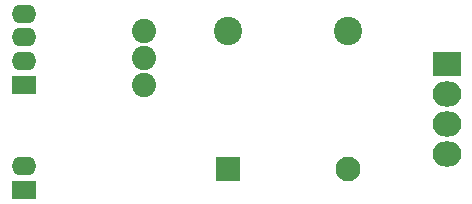
<source format=gbr>
G04 #@! TF.FileFunction,Soldermask,Bot*
%FSLAX46Y46*%
G04 Gerber Fmt 4.6, Leading zero omitted, Abs format (unit mm)*
G04 Created by KiCad (PCBNEW 4.0.4-stable) date 01/06/17 20:42:19*
%MOMM*%
%LPD*%
G01*
G04 APERTURE LIST*
%ADD10C,0.100000*%
%ADD11R,2.100000X1.600000*%
%ADD12O,2.100000X1.600000*%
%ADD13R,2.432000X2.127200*%
%ADD14O,2.432000X2.127200*%
%ADD15C,2.099260*%
%ADD16R,2.099260X2.099260*%
%ADD17C,2.398980*%
%ADD18C,2.051000*%
G04 APERTURE END LIST*
D10*
D11*
X42164000Y-97282000D03*
D12*
X42164000Y-95282000D03*
X42164000Y-93282000D03*
X42164000Y-91282000D03*
D11*
X42164000Y-106172000D03*
D12*
X42164000Y-104172000D03*
D13*
X77978000Y-95504000D03*
D14*
X77978000Y-98044000D03*
X77978000Y-100584000D03*
X77978000Y-103124000D03*
D15*
X69596000Y-104394000D03*
D16*
X59436000Y-104394000D03*
D17*
X59436000Y-92710000D03*
X69596000Y-92710000D03*
D18*
X52324000Y-94996000D03*
X52324000Y-92710000D03*
X52324000Y-97282000D03*
M02*

</source>
